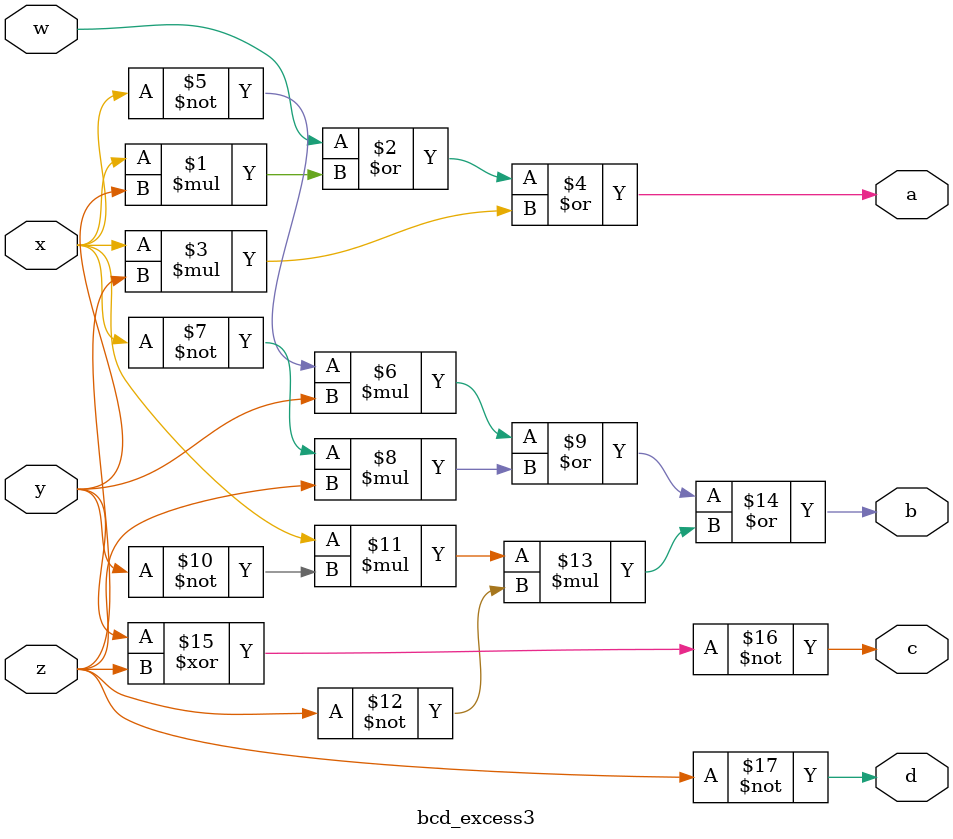
<source format=v>
module bcd_excess3(
    input w,
    input x,
    input y,
    input z,
    output a,
    output b,
    output c,
    output d
    );
    
    assign a = w | (x*y) | (x*z);
    assign b = ~x*y | ~x*z | x*(~y)*(~z);
    assign c = ~(y^z);
    assign d = ~z;
    
endmodule

</source>
